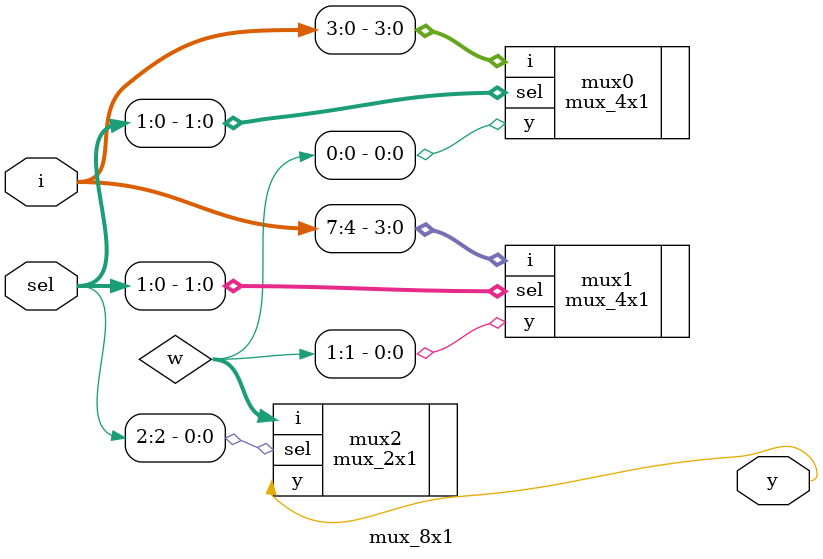
<source format=v>
`timescale 1ns / 1ps


module mux_8x1(
    input [7:0] i,
    input [2:0] sel,
    output y
    );
    
    wire [1:0] w;
    
    mux_4x1 mux0 (.i(i[3:0]), .sel(sel[1:0]), .y(w[0]));
    mux_4x1 mux1 (.i(i[7:4]), .sel(sel[1:0]), .y(w[1]));
    mux_2x1 mux2 (.i(w[1:0]), .sel(sel[2]), .y(y));
    
    
endmodule

</source>
